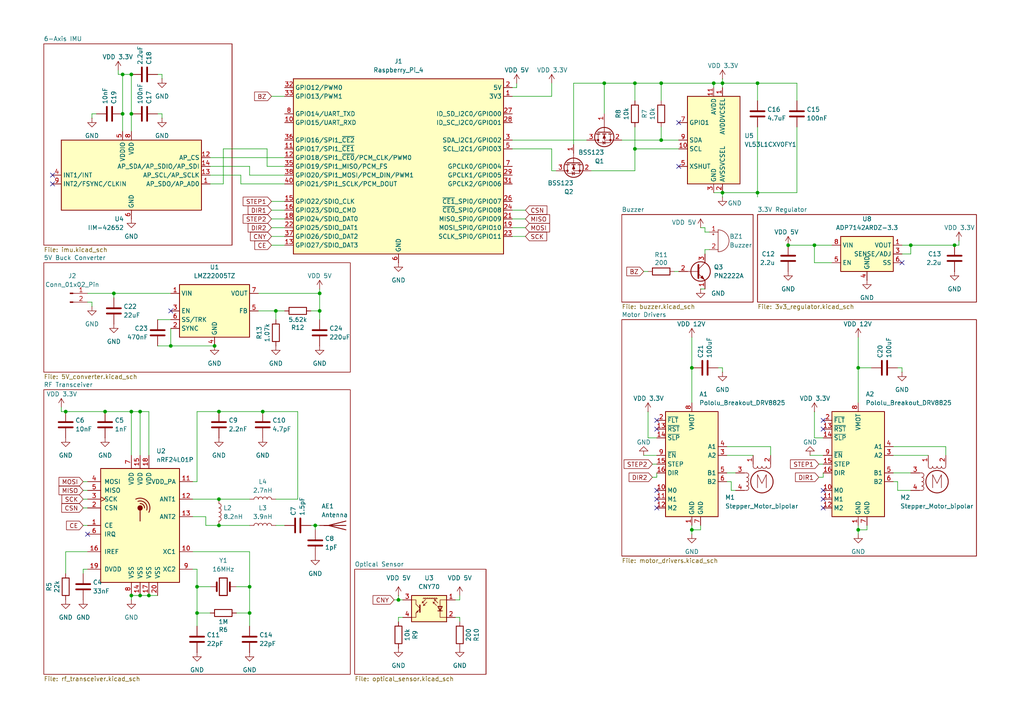
<source format=kicad_sch>
(kicad_sch (version 20250114) (generator "eeschema") (generator_version "9.0")
  (paper "A4")
  (junction (at 175.26 24.13))
  (junction (at 115.57 173.99))
  (junction (at 33.02 85.09))
  (junction (at 63.5 144.78))
  (junction (at 30.48 119.38))
  (junction (at 62.23 100.33))
  (junction (at 248.92 106.68))
  (junction (at 57.15 170.18))
  (junction (at 36.83 251.46))
  (junction (at 7.62 266.7))
  (junction (at 63.5 119.38))
  (junction (at 38.1 33.02))
  (junction (at 228.6 71.12))
  (junction (at 45.72 251.46))
  (junction (at 72.39 170.18))
  (junction (at -46.99 259.08))
  (junction (at 200.66 153.67))
  (junction (at 207.01 24.13))
  (junction (at 40.64 172.72))
  (junction (at 43.18 172.72))
  (junction (at 209.55 24.13))
  (junction (at 264.16 71.12))
  (junction (at 38.1 21.59))
  (junction (at 191.77 40.64))
  (junction (at 184.15 24.13))
  (junction (at 68.58 275.59))
  (junction (at 92.71 90.17))
  (junction (at 76.2 119.38))
  (junction (at 219.71 55.88))
  (junction (at 68.58 266.7))
  (junction (at 191.77 24.13))
  (junction (at 209.55 55.88))
  (junction (at 76.2 251.46))
  (junction (at 35.56 21.59))
  (junction (at 7.62 259.08))
  (junction (at 236.22 71.12))
  (junction (at 19.05 119.38))
  (junction (at 63.5 152.4))
  (junction (at 40.64 119.38))
  (junction (at -16.51 251.46))
  (junction (at 68.58 251.46))
  (junction (at 35.56 33.02))
  (junction (at 49.53 100.33))
  (junction (at 38.1 119.38))
  (junction (at 60.96 251.46))
  (junction (at 91.44 152.4))
  (junction (at 276.86 71.12))
  (junction (at 57.15 177.8))
  (junction (at 80.01 90.17))
  (junction (at 248.92 153.67))
  (junction (at 219.71 24.13))
  (junction (at 72.39 177.8))
  (junction (at 184.15 43.18))
  (junction (at 38.1 172.72))
  (junction (at 200.66 106.68))
  (junction (at 92.71 85.09))
  (no_connect (at 190.5 142.24))
  (no_connect (at 15.24 50.8))
  (no_connect (at 238.76 121.92))
  (no_connect (at 196.85 48.26))
  (no_connect (at 45.72 266.7))
  (no_connect (at 190.5 144.78))
  (no_connect (at 49.53 90.17))
  (no_connect (at 25.4 154.94))
  (no_connect (at -19.05 276.86))
  (no_connect (at 190.5 124.46))
  (no_connect (at 15.24 53.34))
  (no_connect (at 190.5 147.32))
  (no_connect (at 238.76 142.24))
  (no_connect (at 238.76 124.46))
  (no_connect (at 261.62 76.2))
  (no_connect (at 190.5 121.92))
  (no_connect (at 238.76 144.78))
  (no_connect (at 238.76 147.32))
  (no_connect (at 196.85 35.56))
  (wire (pts (xy 80.01 144.78) (xy 86.36 144.78)))
  (wire (pts (xy 114.3 173.99) (xy 115.57 173.99)))
  (wire (pts (xy 190.5 138.43) (xy 189.23 138.43)))
  (wire (pts (xy 38.1 172.72) (xy 38.1 173.99)))
  (wire (pts (xy 90.17 90.17) (xy 92.71 90.17)))
  (wire (pts (xy 35.56 21.59) (xy 34.29 21.59)))
  (wire (pts (xy 55.88 139.7) (xy 57.15 139.7)))
  (wire (pts (xy 209.55 55.88) (xy 219.71 55.88)))
  (wire (pts (xy 64.77 53.34) (xy 60.96 53.34)))
  (wire (pts (xy 80.01 90.17) (xy 82.55 90.17)))
  (wire (pts (xy 184.15 49.53) (xy 184.15 43.18)))
  (wire (pts (xy 25.4 165.1) (xy 24.13 165.1)))
  (wire (pts (xy 24.13 144.78) (xy 25.4 144.78)))
  (wire (pts (xy 260.35 139.7) (xy 260.35 142.24)))
  (wire (pts (xy 60.96 170.18) (xy 57.15 170.18)))
  (wire (pts (xy 200.66 153.67) (xy 200.66 154.94)))
  (wire (pts (xy 57.15 170.18) (xy 57.15 177.8)))
  (wire (pts (xy 45.72 261.62) (xy 45.72 251.46)))
  (wire (pts (xy 204.47 67.31) (xy 205.74 67.31)))
  (wire (pts (xy 76.2 270.51) (xy 76.2 275.59)))
  (wire (pts (xy 248.92 152.4) (xy 248.92 153.67)))
  (wire (pts (xy 38.1 132.08) (xy 38.1 119.38)))
  (wire (pts (xy 24.13 165.1) (xy 24.13 166.37)))
  (wire (pts (xy 209.55 24.13) (xy 219.71 24.13)))
  (wire (pts (xy 76.2 251.46) (xy 68.58 251.46)))
  (wire (pts (xy 59.69 149.86) (xy 55.88 149.86)))
  (wire (pts (xy 228.6 71.12) (xy 236.22 71.12)))
  (wire (pts (xy 92.71 90.17) (xy 92.71 85.09)))
  (wire (pts (xy 57.15 119.38) (xy 63.5 119.38)))
  (wire (pts (xy 72.39 177.8) (xy 72.39 181.61)))
  (wire (pts (xy 55.88 160.02) (xy 72.39 160.02)))
  (wire (pts (xy 76.2 262.89) (xy 76.2 251.46)))
  (wire (pts (xy 237.49 134.62) (xy 238.76 134.62)))
  (wire (pts (xy 60.96 261.62) (xy 60.96 251.46)))
  (wire (pts (xy 209.55 24.13) (xy 209.55 25.4)))
  (wire (pts (xy 45.72 21.59) (xy 46.99 21.59)))
  (wire (pts (xy 219.71 55.88) (xy 219.71 57.15)))
  (wire (pts (xy 248.92 106.68) (xy 252.73 106.68)))
  (wire (pts (xy -46.99 251.46) (xy -46.99 259.08)))
  (wire (pts (xy 115.57 173.99) (xy 116.84 173.99)))
  (wire (pts (xy 24.13 147.32) (xy 25.4 147.32)))
  (wire (pts (xy 78.74 58.42) (xy 82.55 58.42)))
  (wire (pts (xy 148.59 25.4) (xy 149.86 25.4)))
  (wire (pts (xy 180.34 40.64) (xy 191.77 40.64)))
  (wire (pts (xy 76.2 119.38) (xy 86.36 119.38)))
  (wire (pts (xy -29.21 266.7) (xy -29.21 269.24)))
  (wire (pts (xy 63.5 152.4) (xy 72.39 152.4)))
  (wire (pts (xy 278.13 71.12) (xy 276.86 71.12)))
  (wire (pts (xy 259.08 129.54) (xy 274.32 129.54)))
  (wire (pts (xy 72.39 160.02) (xy 72.39 170.18)))
  (wire (pts (xy 68.58 266.7) (xy 68.58 267.97)))
  (wire (pts (xy 1.27 264.16) (xy 1.27 275.59)))
  (wire (pts (xy 33.02 85.09) (xy 33.02 86.36)))
  (wire (pts (xy 209.55 55.88) (xy 209.55 57.15)))
  (wire (pts (xy 55.88 144.78) (xy 63.5 144.78)))
  (wire (pts (xy 133.35 179.07) (xy 132.08 179.07)))
  (wire (pts (xy 24.13 142.24) (xy 25.4 142.24)))
  (wire (pts (xy 19.05 119.38) (xy 30.48 119.38)))
  (wire (pts (xy 68.58 251.46) (xy 68.58 257.81)))
  (wire (pts (xy 77.47 48.26) (xy 77.47 43.18)))
  (wire (pts (xy 90.17 152.4) (xy 91.44 152.4)))
  (wire (pts (xy 60.96 50.8) (xy 69.85 50.8)))
  (wire (pts (xy 248.92 97.79) (xy 248.92 106.68)))
  (wire (pts (xy 187.96 127) (xy 187.96 119.38)))
  (wire (pts (xy 203.2 153.67) (xy 200.66 153.67)))
  (wire (pts (xy 19.05 160.02) (xy 25.4 160.02)))
  (wire (pts (xy 184.15 24.13) (xy 191.77 24.13)))
  (wire (pts (xy 49.53 95.25) (xy 49.53 100.33)))
  (wire (pts (xy -16.51 251.46) (xy -46.99 251.46)))
  (wire (pts (xy 236.22 76.2) (xy 236.22 71.12)))
  (wire (pts (xy 148.59 40.64) (xy 170.18 40.64)))
  (wire (pts (xy 200.66 97.79) (xy 200.66 106.68)))
  (wire (pts (xy 261.62 106.68) (xy 261.62 107.95)))
  (wire (pts (xy -5.08 266.7) (xy -5.08 267.97)))
  (wire (pts (xy -6.35 266.7) (xy -5.08 266.7)))
  (wire (pts (xy 133.35 173.99) (xy 132.08 173.99)))
  (wire (pts (xy 207.01 55.88) (xy 209.55 55.88)))
  (wire (pts (xy 186.69 132.08) (xy 190.5 132.08)))
  (wire (pts (xy 72.39 170.18) (xy 72.39 177.8)))
  (wire (pts (xy 212.09 142.24) (xy 213.36 142.24)))
  (wire (pts (xy -16.51 251.46) (xy 36.83 251.46)))
  (wire (pts (xy 191.77 40.64) (xy 191.77 36.83)))
  (wire (pts (xy 36.83 251.46) (xy 45.72 251.46)))
  (wire (pts (xy 175.26 24.13) (xy 184.15 24.13)))
  (wire (pts (xy 78.74 27.94) (xy 82.55 27.94)))
  (wire (pts (xy 171.45 49.53) (xy 184.15 49.53)))
  (wire (pts (xy 148.59 27.94) (xy 160.02 27.94)))
  (wire (pts (xy 238.76 137.16) (xy 238.76 138.43)))
  (wire (pts (xy 219.71 55.88) (xy 219.71 36.83)))
  (wire (pts (xy 184.15 29.21) (xy 184.15 24.13)))
  (wire (pts (xy 60.96 48.26) (xy 72.39 48.26)))
  (wire (pts (xy 25.4 152.4) (xy 24.13 152.4)))
  (wire (pts (xy 210.82 129.54) (xy 223.52 129.54)))
  (wire (pts (xy 241.3 76.2) (xy 236.22 76.2)))
  (wire (pts (xy 69.85 53.34) (xy 82.55 53.34)))
  (wire (pts (xy 26.67 33.02) (xy 26.67 34.29)))
  (wire (pts (xy 260.35 142.24) (xy 264.16 142.24)))
  (wire (pts (xy 209.55 22.86) (xy 209.55 24.13)))
  (wire (pts (xy 259.08 137.16) (xy 264.16 137.16)))
  (wire (pts (xy 115.57 179.07) (xy 115.57 180.34)))
  (wire (pts (xy 166.37 24.13) (xy 175.26 24.13)))
  (wire (pts (xy 72.39 48.26) (xy 72.39 50.8)))
  (wire (pts (xy 133.35 180.34) (xy 133.35 179.07)))
  (wire (pts (xy 46.99 34.29) (xy 46.99 33.02)))
  (wire (pts (xy 7.62 266.7) (xy 17.78 266.7)))
  (wire (pts (xy 148.59 60.96) (xy 152.4 60.96)))
  (wire (pts (xy 149.86 25.4) (xy 149.86 24.13)))
  (wire (pts (xy 251.46 152.4) (xy 251.46 153.67)))
  (wire (pts (xy 63.5 144.78) (xy 72.39 144.78)))
  (wire (pts (xy 60.96 45.72) (xy 82.55 45.72)))
  (wire (pts (xy 236.22 71.12) (xy 241.3 71.12)))
  (wire (pts (xy 35.56 33.02) (xy 35.56 38.1)))
  (wire (pts (xy 38.1 33.02) (xy 38.1 38.1)))
  (wire (pts (xy 38.1 21.59) (xy 38.1 33.02)))
  (wire (pts (xy 40.64 172.72) (xy 43.18 172.72)))
  (wire (pts (xy 261.62 71.12) (xy 264.16 71.12)))
  (wire (pts (xy 86.36 144.78) (xy 86.36 119.38)))
  (wire (pts (xy 59.69 152.4) (xy 63.5 152.4)))
  (wire (pts (xy 68.58 170.18) (xy 72.39 170.18)))
  (wire (pts (xy 59.69 149.86) (xy 59.69 152.4)))
  (wire (pts (xy 45.72 251.46) (xy 49.53 251.46)))
  (wire (pts (xy 60.96 251.46) (xy 57.15 251.46)))
  (wire (pts (xy 45.72 100.33) (xy 49.53 100.33)))
  (wire (pts (xy 204.47 73.66) (xy 204.47 72.39)))
  (wire (pts (xy 80.01 152.4) (xy 82.55 152.4)))
  (wire (pts (xy 231.14 29.21) (xy 231.14 24.13)))
  (wire (pts (xy 55.88 165.1) (xy 57.15 165.1)))
  (wire (pts (xy 260.35 106.68) (xy 261.62 106.68)))
  (wire (pts (xy 78.74 66.04) (xy 82.55 66.04)))
  (wire (pts (xy 264.16 71.12) (xy 264.16 73.66)))
  (wire (pts (xy 38.1 21.59) (xy 35.56 21.59)))
  (wire (pts (xy 191.77 24.13) (xy 207.01 24.13)))
  (wire (pts (xy -6.35 264.16) (xy 1.27 264.16)))
  (wire (pts (xy 212.09 139.7) (xy 212.09 142.24)))
  (wire (pts (xy 248.92 153.67) (xy 248.92 154.94)))
  (wire (pts (xy 92.71 83.82) (xy 92.71 85.09)))
  (wire (pts (xy 57.15 139.7) (xy 57.15 119.38)))
  (wire (pts (xy 78.74 60.96) (xy 82.55 60.96)))
  (wire (pts (xy 38.1 119.38) (xy 40.64 119.38)))
  (wire (pts (xy 77.47 43.18) (xy 64.77 43.18)))
  (wire (pts (xy 60.96 266.7) (xy 68.58 266.7)))
  (wire (pts (xy 64.77 43.18) (xy 64.77 53.34)))
  (wire (pts (xy 166.37 41.91) (xy 166.37 24.13)))
  (wire (pts (xy 190.5 137.16) (xy 190.5 138.43)))
  (wire (pts (xy 34.29 21.59) (xy 34.29 20.32)))
  (wire (pts (xy 7.62 259.08) (xy 17.78 259.08)))
  (wire (pts (xy 25.4 87.63) (xy 26.67 87.63)))
  (wire (pts (xy 196.85 43.18) (xy 184.15 43.18)))
  (wire (pts (xy 63.5 119.38) (xy 76.2 119.38)))
  (wire (pts (xy 46.99 21.59) (xy 46.99 22.86)))
  (wire (pts (xy -29.21 264.16) (xy -26.67 264.16)))
  (wire (pts (xy 26.67 87.63) (xy 26.67 88.9)))
  (wire (pts (xy 78.74 68.58) (xy 82.55 68.58)))
  (wire (pts (xy 248.92 106.68) (xy 248.92 116.84)))
  (wire (pts (xy 27.94 33.02) (xy 26.67 33.02)))
  (wire (pts (xy 190.5 127) (xy 187.96 127)))
  (wire (pts (xy 210.82 139.7) (xy 212.09 139.7)))
  (wire (pts (xy 210.82 137.16) (xy 213.36 137.16)))
  (wire (pts (xy 274.32 129.54) (xy 274.32 132.08)))
  (wire (pts (xy 148.59 43.18) (xy 160.02 43.18)))
  (wire (pts (xy 251.46 153.67) (xy 248.92 153.67)))
  (wire (pts (xy 77.47 251.46) (xy 76.2 251.46)))
  (wire (pts (xy -26.67 259.08) (xy -46.99 259.08)))
  (wire (pts (xy 204.47 72.39) (xy 205.74 72.39)))
  (wire (pts (xy 204.47 83.82) (xy 203.2 83.82)))
  (wire (pts (xy 33.02 85.09) (xy 49.53 85.09)))
  (wire (pts (xy 46.99 33.02) (xy 45.72 33.02)))
  (wire (pts (xy 219.71 29.21) (xy 219.71 24.13)))
  (wire (pts (xy 203.2 152.4) (xy 203.2 153.67)))
  (wire (pts (xy 186.69 78.74) (xy 187.96 78.74)))
  (wire (pts (xy 204.47 66.04) (xy 204.47 67.31)))
  (wire (pts (xy -6.35 259.08) (xy 7.62 259.08)))
  (wire (pts (xy 184.15 43.18) (xy 184.15 36.83)))
  (wire (pts (xy 209.55 106.68) (xy 209.55 107.95)))
  (wire (pts (xy 208.28 106.68) (xy 209.55 106.68)))
  (wire (pts (xy 92.71 152.4) (xy 91.44 152.4)))
  (wire (pts (xy 261.62 73.66) (xy 264.16 73.66)))
  (wire (pts (xy 148.59 68.58) (xy 152.4 68.58)))
  (wire (pts (xy 191.77 24.13) (xy 191.77 29.21)))
  (wire (pts (xy 204.47 66.04) (xy 203.2 66.04)))
  (wire (pts (xy 200.66 152.4) (xy 200.66 153.67)))
  (wire (pts (xy 17.78 118.11) (xy 17.78 119.38)))
  (wire (pts (xy 223.52 129.54) (xy 223.52 132.08)))
  (wire (pts (xy 236.22 127) (xy 236.22 119.38)))
  (wire (pts (xy 92.71 90.17) (xy 92.71 92.71)))
  (wire (pts (xy 234.95 132.08) (xy 238.76 132.08)))
  (wire (pts (xy 74.93 90.17) (xy 80.01 90.17)))
  (wire (pts (xy 25.4 85.09) (xy 33.02 85.09)))
  (wire (pts (xy 264.16 71.12) (xy 276.86 71.12)))
  (wire (pts (xy 200.66 106.68) (xy 200.66 116.84)))
  (wire (pts (xy 68.58 265.43) (xy 68.58 266.7)))
  (wire (pts (xy 196.85 40.64) (xy 191.77 40.64)))
  (wire (pts (xy 82.55 48.26) (xy 77.47 48.26)))
  (wire (pts (xy 30.48 119.38) (xy 38.1 119.38)))
  (wire (pts (xy -46.99 259.08) (xy -46.99 264.16)))
  (wire (pts (xy 76.2 275.59) (xy 68.58 275.59)))
  (wire (pts (xy 207.01 24.13) (xy 209.55 24.13)))
  (wire (pts (xy 160.02 49.53) (xy 161.29 49.53)))
  (wire (pts (xy 259.08 132.08) (xy 269.24 132.08)))
  (wire (pts (xy 57.15 181.61) (xy 57.15 177.8)))
  (wire (pts (xy 80.01 90.17) (xy 80.01 92.71)))
  (wire (pts (xy 189.23 134.62) (xy 190.5 134.62)))
  (wire (pts (xy -26.67 266.7) (xy -29.21 266.7)))
  (wire (pts (xy 43.18 172.72) (xy 45.72 172.72)))
  (wire (pts (xy 175.26 33.02) (xy 175.26 24.13)))
  (wire (pts (xy 238.76 138.43) (xy 237.49 138.43)))
  (wire (pts (xy 231.14 24.13) (xy 219.71 24.13)))
  (wire (pts (xy 259.08 139.7) (xy 260.35 139.7)))
  (wire (pts (xy 116.84 179.07) (xy 115.57 179.07)))
  (wire (pts (xy 219.71 55.88) (xy 231.14 55.88)))
  (wire (pts (xy 57.15 177.8) (xy 60.96 177.8)))
  (wire (pts (xy -39.37 264.16) (xy -36.83 264.16)))
  (wire (pts (xy 68.58 177.8) (xy 72.39 177.8)))
  (wire (pts (xy 148.59 66.04) (xy 152.4 66.04)))
  (wire (pts (xy 35.56 33.02) (xy 35.56 21.59)))
  (wire (pts (xy 115.57 172.72) (xy 115.57 173.99)))
  (wire (pts (xy 17.78 119.38) (xy 19.05 119.38)))
  (wire (pts (xy 160.02 27.94) (xy 160.02 24.13)))
  (wire (pts (xy 19.05 166.37) (xy 19.05 160.02)))
  (wire (pts (xy 40.64 119.38) (xy 40.64 132.08)))
  (wire (pts (xy 38.1 172.72) (xy 40.64 172.72)))
  (wire (pts (xy 45.72 92.71) (xy 49.53 92.71)))
  (wire (pts (xy 78.74 63.5) (xy 82.55 63.5)))
  (wire (pts (xy 74.93 85.09) (xy 92.71 85.09)))
  (wire (pts (xy 78.74 71.12) (xy 82.55 71.12)))
  (wire (pts (xy 49.53 100.33) (xy 62.23 100.33)))
  (wire (pts (xy 238.76 127) (xy 236.22 127)))
  (wire (pts (xy 148.59 63.5) (xy 152.4 63.5)))
  (wire (pts (xy 69.85 50.8) (xy 69.85 53.34)))
  (wire (pts (xy 207.01 24.13) (xy 207.01 25.4)))
  (wire (pts (xy 231.14 36.83) (xy 231.14 55.88)))
  (wire (pts (xy 195.58 78.74) (xy 196.85 78.74)))
  (wire (pts (xy 77.47 250.19) (xy 77.47 251.46)))
  (wire (pts (xy 57.15 165.1) (xy 57.15 170.18)))
  (wire (pts (xy 91.44 152.4) (xy 91.44 153.67)))
  (wire (pts (xy 278.13 69.85) (xy 278.13 71.12)))
  (wire (pts (xy 133.35 172.72) (xy 133.35 173.99)))
  (wire (pts (xy 40.64 119.38) (xy 43.18 119.38)))
  (wire (pts (xy 160.02 49.53) (xy 160.02 43.18)))
  (wire (pts (xy 210.82 132.08) (xy 218.44 132.08)))
  (wire (pts (xy 43.18 132.08) (xy 43.18 119.38)))
  (wire (pts (xy 72.39 50.8) (xy 82.55 50.8)))
  (wire (pts (xy 24.13 139.7) (xy 25.4 139.7)))
  (global_label "CSN" (shape input) (at 152.4 60.96 0) (property "Intersheetrefs" "${INTERSHEET_REFS}" (effects (hide yes))))
  (global_label "SCK" (shape input) (at 152.4 68.58 0) (property "Intersheetrefs" "${INTERSHEET_REFS}" (effects (hide yes))))
  (global_label "DIR1" (shape input) (at 78.74 60.96 180) (property "Intersheetrefs" "${INTERSHEET_REFS}" (effects (hide yes))))
  (global_label "CNY" (shape input) (at 114.3 173.99 180) (property "Intersheetrefs" "${INTERSHEET_REFS}" (effects (hide yes))))
  (global_label "STEP2" (shape input) (at 189.23 134.62 180) (property "Intersheetrefs" "${INTERSHEET_REFS}" (effects (hide yes))))
  (global_label "CE" (shape input) (at 24.13 152.4 180) (property "Intersheetrefs" "${INTERSHEET_REFS}" (effects (hide yes))))
  (global_label "CE" (shape input) (at 78.74 71.12 180) (property "Intersheetrefs" "${INTERSHEET_REFS}" (effects (hide yes))))
  (global_label "DIR2" (shape input) (at 78.74 66.04 180) (property "Intersheetrefs" "${INTERSHEET_REFS}" (effects (hide yes))))
  (global_label "MOSI" (shape input) (at 24.13 139.7 180) (property "Intersheetrefs" "${INTERSHEET_REFS}" (effects (hide yes))))
  (global_label "DIR1" (shape input) (at 237.49 138.43 180) (property "Intersheetrefs" "${INTERSHEET_REFS}" (effects (hide yes))))
  (global_label "STEP1" (shape input) (at 237.49 134.62 180) (property "Intersheetrefs" "${INTERSHEET_REFS}" (effects (hide yes))))
  (global_label "STEP1" (shape input) (at 78.74 58.42 180) (property "Intersheetrefs" "${INTERSHEET_REFS}" (effects (hide yes))))
  (global_label "DIR2" (shape input) (at 189.23 138.43 180) (property "Intersheetrefs" "${INTERSHEET_REFS}" (effects (hide yes))))
  (global_label "CNY" (shape input) (at 78.74 68.58 180) (property "Intersheetrefs" "${INTERSHEET_REFS}" (effects (hide yes))))
  (global_label "MOSI" (shape input) (at 152.4 66.04 0) (property "Intersheetrefs" "${INTERSHEET_REFS}" (effects (hide yes))))
  (global_label "CSN" (shape input) (at 24.13 147.32 180) (property "Intersheetrefs" "${INTERSHEET_REFS}" (effects (hide yes))))
  (global_label "MISO" (shape input) (at 152.4 63.5 0) (property "Intersheetrefs" "${INTERSHEET_REFS}" (effects (hide yes))))
  (global_label "BZ" (shape input) (at 186.69 78.74 180) (property "Intersheetrefs" "${INTERSHEET_REFS}" (effects (hide yes))))
  (global_label "MISO" (shape input) (at 24.13 142.24 180) (property "Intersheetrefs" "${INTERSHEET_REFS}" (effects (hide yes))))
  (global_label "BZ" (shape input) (at 78.74 27.94 180) (property "Intersheetrefs" "${INTERSHEET_REFS}" (effects (hide yes))))
  (global_label "STEP2" (shape input) (at 78.74 63.5 180) (property "Intersheetrefs" "${INTERSHEET_REFS}" (effects (hide yes))))
  (global_label "SCK" (shape input) (at 24.13 144.78 180) (property "Intersheetrefs" "${INTERSHEET_REFS}" (effects (hide yes))))
  (symbol (lib_id "Device:C") (at 76.2 266.7 0) (unit 1)
    (property "Reference" "C3" (at 78.994 265.43 0) (effects (justify left)))
    (property "Value" "10uF" (at 78.994 267.97 0) (effects (justify left)))
    (property "Footprint" "Capacitor_SMD:C_0201_0603Metric" (effects (hide yes)))
    (property "Description" "Unpolarized capacitor" (effects (hide yes)))
  )
  (symbol (lib_id "power:GND") (at 228.6 78.74 0) (unit 1)
    (property "Reference" "#PWR012" (effects (hide yes)))
    (property "Value" "GND" (at 228.6 83.82 0))
    (property "Description" "Power symbol creates a global label with name \"GND\" , ground" (effects (hide yes)))
  )
  (symbol (lib_id "Motor:Stepper_Motor_bipolar") (at 220.98 139.7 0) (unit 1)
    (property "Reference" "M1" (at 210.312 144.272 0) (effects (justify left)))
    (property "Value" "Stepper_Motor_bipolar" (at 210.312 146.812 0) (effects (justify left)))
    (property "Footprint" "Connector_PinHeader_2.54mm:PinHeader_1x04_P2.54mm_Vertical" (effects (hide yes)))
    (property "Datasheet" "http://www.infineon.com/dgdl/Application-Note-TLE8110EE_driving_UniPolarStepperMotor_V1.1.pdf?fileId=db3a30431be39b97011be5d0aa0a00b0" (effects (hide yes)))
    (property "Description" "4-wire bipolar stepper motor" (effects (hide yes)))
  )
  (symbol (lib_id "Device:C") (at 72.39 185.42 0) (unit 1)
    (property "Reference" "C14" (at 75.184 184.15 0) (effects (justify left)))
    (property "Value" "22pF" (at 75.184 186.69 0) (effects (justify left)))
    (property "Footprint" "Capacitor_SMD:C_0201_0603Metric" (effects (hide yes)))
    (property "Description" "Unpolarized capacitor" (effects (hide yes)))
  )
  (symbol (lib_id "Device:L") (at 63.5 148.59 0) (unit 1)
    (property "Reference" "L2" (at 64.77 147.3199 0) (effects (justify left)))
    (property "Value" "8.2nH" (at 64.77 149.8599 0) (effects (justify left)))
    (property "Footprint" "Inductor_SMD:L_6.3x6.3_H3" (effects (hide yes)))
    (property "Description" "Inductor" (effects (hide yes)))
  )
  (symbol (lib_id "power:GND") (at 57.15 189.23 0) (unit 1)
    (property "Reference" "#PWR025" (effects (hide yes)))
    (property "Value" "GND" (at 57.15 194.31 0))
    (property "Description" "Power symbol creates a global label with name \"GND\" , ground" (effects (hide yes)))
  )
  (symbol (lib_id "Connector:Conn_01x02_Pin") (at 20.32 85.09 0) (unit 1)
    (property "Reference" "J2" (at 20.955 80.01 0))
    (property "Value" "Conn_01x02_Pin" (at 20.955 82.55 0))
    (property "Footprint" "Connector:JWT_A3963_1x02_P3.96mm_Vertical" (effects (hide yes)))
    (property "Description" "Generic connector, single row, 01x02, script generated" (effects (hide yes)))
  )
  (symbol (lib_id "power:PWR_FLAG") (at 36.83 251.46 0) (unit 1)
    (property "Reference" "#FLG01" (effects (hide yes)))
    (property "Value" "PWR_FLAG" (at 36.83 246.38 0))
    (property "Description" "Special symbol for telling ERC where power comes from" (effects (hide yes)))
  )
  (symbol (lib_id "Device:R") (at 80.01 96.52 0) (mirror x) (unit 1)
    (property "Reference" "R13" (at 75.184 96.52 90))
    (property "Value" "1.07k" (at 77.47 96.52 90))
    (property "Footprint" "Resistor_SMD:R_0201_0603Metric" (effects (hide yes)))
    (property "Description" "Resistor" (effects (hide yes)))
  )
  (symbol (lib_id "Device:Crystal") (at 64.77 170.18 0) (unit 1)
    (property "Reference" "Y1" (at 64.77 162.56 0))
    (property "Value" "16MHz" (at 64.77 165.1 0))
    (property "Footprint" "Crystal:Crystal_AT310_D3.0mm_L10.0mm_Horizontal" (effects (hide yes)))
    (property "Description" "Two pin crystal" (effects (hide yes)))
  )
  (symbol (lib_id "Device:C") (at 219.71 33.02 0) (unit 1)
    (property "Reference" "C16" (at 222.504 31.75 0) (effects (justify left)))
    (property "Value" "4.7uF" (at 222.504 34.29 0) (effects (justify left)))
    (property "Footprint" "Capacitor_SMD:C_0201_0603Metric" (effects (hide yes)))
    (property "Description" "Unpolarized capacitor" (effects (hide yes)))
  )
  (symbol (lib_id "Device:R") (at 133.35 184.15 0) (mirror y) (unit 1)
    (property "Reference" "R10" (at 138.176 184.15 90))
    (property "Value" "200" (at 135.89 184.15 90))
    (property "Footprint" "Resistor_SMD:R_0201_0603Metric" (effects (hide yes)))
    (property "Description" "Resistor" (effects (hide yes)))
  )
  (symbol (lib_id "Device:R") (at -5.08 271.78 180) (unit 1)
    (property "Reference" "R2" (at -0.254 271.78 90))
    (property "Value" "1.1k" (at -2.54 271.78 90))
    (property "Footprint" "Resistor_SMD:R_0201_0603Metric" (effects (hide yes)))
    (property "Description" "Resistor" (effects (hide yes)))
  )
  (symbol (lib_id "power:GND") (at 7.62 266.7 0) (unit 1)
    (property "Reference" "#PWR05" (effects (hide yes)))
    (property "Value" "GND" (at 7.62 271.78 0))
    (property "Description" "Power symbol creates a global label with name \"GND\" , ground" (effects (hide yes)))
  )
  (symbol (lib_id "Driver_Motor:Pololu_Breakout_DRV8825") (at 248.92 132.08 0) (unit 1)
    (property "Reference" "A2" (at 251.0633 114.3 0) (effects (justify left)))
    (property "Value" "Pololu_Breakout_DRV8825" (at 251.0633 116.84 0) (effects (justify left)))
    (property "Footprint" "Module:Pololu_Breakout-16_15.2x20.3mm" (effects (hide yes)))
    (property "Datasheet" "https://www.pololu.com/product/2982" (effects (hide yes)))
    (property "Description" "Pololu Breakout Board, Stepper Driver DRV8825" (effects (hide yes)))
  )
  (symbol (lib_id "Device:R") (at 184.15 33.02 0) (unit 1)
    (property "Reference" "R8" (at 179.324 33.02 90))
    (property "Value" "10k" (at 181.61 33.02 90))
    (property "Footprint" "Resistor_SMD:R_0201_0603Metric" (effects (hide yes)))
    (property "Description" "Resistor" (effects (hide yes)))
  )
  (symbol (lib_id "Device:C") (at 231.14 33.02 0) (unit 1)
    (property "Reference" "C15" (at 233.934 31.75 0) (effects (justify left)))
    (property "Value" "100nF" (at 233.934 34.29 0) (effects (justify left)))
    (property "Footprint" "Capacitor_SMD:C_0201_0603Metric" (effects (hide yes)))
    (property "Description" "Unpolarized capacitor" (effects (hide yes)))
  )
  (symbol (lib_id "power:GND") (at 62.23 100.33 0) (unit 1)
    (property "Reference" "#PWR053" (effects (hide yes)))
    (property "Value" "GND" (at 62.23 105.41 0))
    (property "Description" "Power symbol creates a global label with name \"GND\" , ground" (effects (hide yes)))
  )
  (symbol (lib_id "Regulator_Switching:MT3608") (at 53.34 264.16 0) (unit 1)
    (property "Reference" "U7" (at 53.34 254 0))
    (property "Value" "MT3608" (at 53.34 256.54 0))
    (property "Footprint" "Package_TO_SOT_SMD:SOT-23-6" (effects (hide yes)))
    (property "Datasheet" "https://www.olimex.com/Products/Breadboarding/BB-PWR-3608/resources/MT3608.pdf" (effects (hide yes)))
    (property "Description" "High Efficiency 1.2MHz 2A Step Up Converter, 2-24V Vin, 28V Vout, 4A current limit, 1.2MHz, SOT23-6" (effects (hide yes)))
  )
  (symbol (lib_id "Device:C") (at 31.75 33.02 270) (mirror x) (unit 1)
    (property "Reference" "C19" (at 33.02 30.226 0) (effects (justify left)))
    (property "Value" "10nF" (at 30.48 30.226 0) (effects (justify left)))
    (property "Footprint" "Capacitor_SMD:C_0201_0603Metric" (effects (hide yes)))
    (property "Description" "Unpolarized capacitor" (effects (hide yes)))
  )
  (symbol (lib_id "Device:C") (at 41.91 21.59 270) (mirror x) (unit 1)
    (property "Reference" "C18" (at 43.18 18.796 0) (effects (justify left)))
    (property "Value" "2.2uF" (at 40.64 18.796 0) (effects (justify left)))
    (property "Footprint" "Capacitor_SMD:C_0201_0603Metric" (effects (hide yes)))
    (property "Description" "Unpolarized capacitor" (effects (hide yes)))
  )
  (symbol (lib_id "power:VDD") (at 236.22 119.38 0) (unit 1)
    (property "Reference" "#PWR049" (effects (hide yes)))
    (property "Value" "VDD 3.3V" (at 231.902 115.57 0) (effects (justify left)))
    (property "Description" "Power symbol creates a global label with name \"VDD\"" (effects (hide yes)))
  )
  (symbol (lib_id "Regulator_Switching:LMZ22005TZ") (at 62.23 90.17 0) (unit 1)
    (property "Reference" "U1" (at 62.23 77.47 0))
    (property "Value" "LMZ22005TZ" (at 62.23 80.01 0))
    (property "Footprint" "Package_TO_SOT_SMD:Texas_NDW-7_TabPin4" (effects (hide yes)))
    (property "Datasheet" "http://www.ti.com/lit/gpn/LMZ22005" (effects (hide yes)))
    (property "Description" "5A Adjustable Step-Down DC/DC Power Module, Vin: 6-20V" (effects (hide yes)))
  )
  (symbol (lib_id "Sensor_Motion:IIM-42652") (at 38.1 50.8 0) (mirror y) (unit 1)
    (property "Reference" "U4" (at 35.9567 63.5 0) (effects (justify left)))
    (property "Value" "IIM-42652" (at 35.9567 66.04 0) (effects (justify left)))
    (property "Footprint" "Package_LGA:Bosch_LGA-14_3x2.5mm_P0.5mm" (effects (hide yes)))
    (property "Datasheet" "https://invensense.tdk.com/wp-content/uploads/2021/01/ds-000440_iim-42652-datasheet.pdf" (effects (hide yes)))
    (property "Description" "6-axis MEMS gyroscope/accelerometer, I2C/I3C/SPI interface, 1.71 to 3.3V, LGA-14" (effects (hide yes)))
  )
  (symbol (lib_id "Device:C") (at 76.2 123.19 0) (unit 1)
    (property "Reference" "C10" (at 78.994 121.92 0) (effects (justify left)))
    (property "Value" "4.7pF" (at 78.994 124.46 0) (effects (justify left)))
    (property "Footprint" "Capacitor_SMD:C_0201_0603Metric" (effects (hide yes)))
    (property "Description" "Unpolarized capacitor" (effects (hide yes)))
  )
  (symbol (lib_id "RF:nRF24L01P") (at 40.64 152.4 0) (unit 1)
    (property "Reference" "U2" (at 45.3233 130.81 0) (effects (justify left)))
    (property "Value" "nRF24L01P" (at 45.3233 133.35 0) (effects (justify left)))
    (property "Footprint" "Package_DFN_QFN:QFN-20-1EP_4x4mm_P0.5mm_EP2.5x2.5mm" (effects (hide yes)))
    (property "Datasheet" "http://www.nordicsemi.com/eng/content/download/2726/34069/file/nRF24L01P_Product_Specification_1_0.pdf" (effects (hide yes)))
    (property "Description" "nRF24L01+, Ultra low power 2.4GHz RF Transceiver, QFN20 4x4mm" (effects (hide yes)))
  )
  (symbol (lib_id "Device:C") (at 63.5 123.19 0) (unit 1)
    (property "Reference" "C9" (at 66.294 121.92 0) (effects (justify left)))
    (property "Value" "2.2nF" (at 66.294 124.46 0) (effects (justify left)))
    (property "Footprint" "Capacitor_SMD:C_0201_0603Metric" (effects (hide yes)))
    (property "Description" "Unpolarized capacitor" (effects (hide yes)))
  )
  (symbol (lib_id "Connector:Raspberry_Pi_4") (at 115.57 48.26 0) (unit 1)
    (property "Reference" "J1" (at 115.57 17.78 0))
    (property "Value" "Raspberry_Pi_4" (at 115.57 20.32 0))
    (property "Footprint" "Connector_PinHeader_2.54mm:PinHeader_2x20_P2.54mm_Vertical" (effects (hide yes)))
    (property "Datasheet" "https://datasheets.raspberrypi.com/rpi4/raspberry-pi-4-datasheet.pdf" (effects (hide yes)))
    (property "Description" "Raspberry Pi 4 Model B" (effects (hide yes)))
  )
  (symbol (lib_id "Sensor_Distance:VL53L1CXV0FY1") (at 207.01 40.64 0) (unit 1)
    (property "Reference" "U5" (at 215.9 39.3699 0) (effects (justify left)))
    (property "Value" "VL53L1CXV0FY1" (at 215.9 41.9099 0) (effects (justify left)))
    (property "Footprint" "Sensor_Distance:ST_VL53L1x" (effects (hide yes)))
    (property "Datasheet" "https://www.st.com/resource/en/datasheet/vl53l1x.pdf" (effects (hide yes)))
    (property "Description" "4m distance ranging ToF sensor, Optical LGA12" (effects (hide yes)))
  )
  (symbol (lib_id "Device:C") (at 57.15 185.42 0) (unit 1)
    (property "Reference" "C11" (at 59.944 184.15 0) (effects (justify left)))
    (property "Value" "22pF" (at 59.944 186.69 0) (effects (justify left)))
    (property "Footprint" "Capacitor_SMD:C_0201_0603Metric" (effects (hide yes)))
    (property "Description" "Unpolarized capacitor" (effects (hide yes)))
  )
  (symbol (lib_id "power:GND") (at 46.99 22.86 0) (mirror y) (unit 1)
    (property "Reference" "#PWR038" (effects (hide yes)))
    (property "Value" "GND" (at 46.99 27.94 0))
    (property "Description" "Power symbol creates a global label with name \"GND\" , ground" (effects (hide yes)))
  )
  (symbol (lib_id "power:GND") (at 91.44 161.29 0) (unit 1)
    (property "Reference" "#PWR024" (effects (hide yes)))
    (property "Value" "GND" (at 91.44 166.37 0))
    (property "Description" "Power symbol creates a global label with name \"GND\" , ground" (effects (hide yes)))
  )
  (symbol (lib_id "Device:R") (at 68.58 271.78 180) (unit 1)
    (property "Reference" "R4" (at 73.406 271.78 90))
    (property "Value" "1.1k" (at 71.12 271.78 90))
    (property "Footprint" "Resistor_SMD:R_0201_0603Metric" (effects (hide yes)))
    (property "Description" "Resistor" (effects (hide yes)))
  )
  (symbol (lib_id "Device:R") (at -33.02 264.16 270) (unit 1)
    (property "Reference" "R1" (at -33.02 266.7 90))
    (property "Value" "1k" (at -33.02 268.986 90))
    (property "Footprint" "Resistor_SMD:R_0201_0603Metric" (effects (hide yes)))
    (property "Description" "Resistor" (effects (hide yes)))
  )
  (symbol (lib_id "power:GND") (at 76.2 127 0) (unit 1)
    (property "Reference" "#PWR023" (effects (hide yes)))
    (property "Value" "GND" (at 76.2 132.08 0))
    (property "Description" "Power symbol creates a global label with name \"GND\" , ground" (effects (hide yes)))
  )
  (symbol (lib_id "power:GND") (at 38.1 63.5 0) (mirror y) (unit 1)
    (property "Reference" "#PWR034" (effects (hide yes)))
    (property "Value" "GND" (at 38.1 68.58 0))
    (property "Description" "Power symbol creates a global label with name \"GND\" , ground" (effects (hide yes)))
  )
  (symbol (lib_id "Transistor_BJT:PN2222A") (at 201.93 78.74 0) (unit 1)
    (property "Reference" "Q3" (at 207.01 77.4699 0) (effects (justify left)))
    (property "Value" "PN2222A" (at 207.01 80.0099 0) (effects (justify left)))
    (property "Footprint" "Package_TO_SOT_THT:TO-92_Inline" (effects (hide yes)))
    (property "Datasheet" "https://www.onsemi.com/pub/Collateral/PN2222-D.PDF" (effects (hide yes)))
    (property "Description" "1A Ic, 40V Vce, NPN Transistor, General Purpose Transistor, TO-92" (effects (hide yes)))
  )
  (symbol (lib_id "power:GND") (at 80.01 100.33 0) (unit 1)
    (property "Reference" "#PWR057" (effects (hide yes)))
    (property "Value" "GND" (at 80.01 105.41 0))
    (property "Description" "Power symbol creates a global label with name \"GND\" , ground" (effects (hide yes)))
  )
  (symbol (lib_id "power:GND") (at 133.35 187.96 0) (mirror y) (unit 1)
    (property "Reference" "#PWR031" (effects (hide yes)))
    (property "Value" "GND" (at 133.35 193.04 0))
    (property "Description" "Power symbol creates a global label with name \"GND\" , ground" (effects (hide yes)))
  )
  (symbol (lib_id "Device:C") (at 276.86 74.93 0) (mirror x) (unit 1)
    (property "Reference" "C13" (at 273.05 73.6599 0) (effects (justify right)))
    (property "Value" "2.2u" (at 273.05 76.1999 0) (effects (justify right)))
    (property "Footprint" "Capacitor_SMD:C_0805_2012Metric" (effects (hide yes)))
    (property "Description" "Unpolarized capacitor" (effects (hide yes)))
  )
  (symbol (lib_id "Device:Antenna") (at 97.79 152.4 270) (unit 1)
    (property "Reference" "AE1" (at 93.218 146.812 90) (effects (justify left)))
    (property "Value" "Antenna" (at 93.218 149.352 90) (effects (justify left)))
    (property "Footprint" "RF_Antenna:NiceRF_SW868-TH13_868Mhz" (effects (hide yes)))
    (property "Description" "Antenna" (effects (hide yes)))
  )
  (symbol (lib_id "Device:R") (at 19.05 170.18 0) (unit 1)
    (property "Reference" "R5" (at 14.224 170.18 90))
    (property "Value" "22k" (at 16.51 170.18 90))
    (property "Footprint" "Resistor_SMD:R_0201_0603Metric" (effects (hide yes)))
    (property "Description" "Resistor" (effects (hide yes)))
  )
  (symbol (lib_id "power:GND") (at 33.02 93.98 0) (unit 1)
    (property "Reference" "#PWR052" (effects (hide yes)))
    (property "Value" "GND" (at 33.02 99.06 0))
    (property "Description" "Power symbol creates a global label with name \"GND\" , ground" (effects (hide yes)))
  )
  (symbol (lib_id "Device:R") (at 68.58 261.62 180) (unit 1)
    (property "Reference" "R3" (at 73.406 261.62 90))
    (property "Value" "1.1k" (at 71.12 261.62 90))
    (property "Footprint" "Resistor_SMD:R_0201_0603Metric" (effects (hide yes)))
    (property "Description" "Resistor" (effects (hide yes)))
  )
  (symbol (lib_id "Device:R") (at 191.77 78.74 90) (mirror x) (unit 1)
    (property "Reference" "R11" (at 191.77 73.914 90))
    (property "Value" "200" (at 191.77 76.2 90))
    (property "Footprint" "Resistor_SMD:R_0201_0603Metric" (effects (hide yes)))
    (property "Description" "Resistor" (effects (hide yes)))
  )
  (symbol (lib_id "power:VDD") (at 77.47 250.19 0) (unit 1)
    (property "Reference" "#PWR010" (effects (hide yes)))
    (property "Value" "VDD 5V" (at 77.47 245.11 0))
    (property "Description" "Power symbol creates a global label with name \"VDD\"" (effects (hide yes)))
  )
  (symbol (lib_id "power:GND") (at -29.21 269.24 0) (unit 1)
    (property "Reference" "#PWR02" (effects (hide yes)))
    (property "Value" "GND" (at -29.21 274.32 0))
    (property "Description" "Power symbol creates a global label with name \"GND\" , ground" (effects (hide yes)))
  )
  (symbol (lib_id "power:GND") (at 234.95 132.08 180) (unit 1)
    (property "Reference" "#PWR040" (effects (hide yes)))
    (property "Value" "GND" (at 234.95 128.27 0))
    (property "Description" "Power symbol creates a global label with name \"GND\" , ground" (effects (hide yes)))
  )
  (symbol (lib_id "power:GND") (at 68.58 275.59 0) (unit 1)
    (property "Reference" "#PWR08" (effects (hide yes)))
    (property "Value" "GND" (at 68.58 280.67 0))
    (property "Description" "Power symbol creates a global label with name \"GND\" , ground" (effects (hide yes)))
  )
  (symbol (lib_id "Device:C") (at 92.71 96.52 0) (unit 1)
    (property "Reference" "C24" (at 95.504 95.25 0) (effects (justify left)))
    (property "Value" "220uF" (at 95.504 97.79 0) (effects (justify left)))
    (property "Footprint" "Capacitor_SMD:C_0201_0603Metric" (effects (hide yes)))
    (property "Description" "Unpolarized capacitor" (effects (hide yes)))
  )
  (symbol (lib_id "power:VDD") (at 209.55 22.86 0) (unit 1)
    (property "Reference" "#PWR028" (effects (hide yes)))
    (property "Value" "VDD 3.3V" (at 205.232 19.05 0) (effects (justify left)))
    (property "Description" "Power symbol creates a global label with name \"VDD\"" (effects (hide yes)))
  )
  (symbol (lib_id "Device:C") (at 36.83 255.27 0) (unit 1)
    (property "Reference" "C2" (at 39.624 254 0) (effects (justify left)))
    (property "Value" "10uF" (at 39.624 256.54 0) (effects (justify left)))
    (property "Footprint" "Capacitor_SMD:C_0201_0603Metric" (effects (hide yes)))
    (property "Description" "Unpolarized capacitor" (effects (hide yes)))
  )
  (symbol (lib_id "Device:R") (at 115.57 184.15 0) (mirror y) (unit 1)
    (property "Reference" "R9" (at 120.396 184.15 90))
    (property "Value" "10k" (at 118.11 184.15 90))
    (property "Footprint" "Resistor_SMD:R_0201_0603Metric" (effects (hide yes)))
    (property "Description" "Resistor" (effects (hide yes)))
  )
  (symbol (lib_id "power:VDD") (at 187.96 119.38 0) (unit 1)
    (property "Reference" "#PWR048" (effects (hide yes)))
    (property "Value" "VDD 3.3V" (at 183.642 115.57 0) (effects (justify left)))
    (property "Description" "Power symbol creates a global label with name \"VDD\"" (effects (hide yes)))
  )
  (symbol (lib_id "power:VDD") (at 228.6 71.12 0) (unit 1)
    (property "Reference" "#PWR011" (effects (hide yes)))
    (property "Value" "VDD 5V" (at 224.536 67.31 0) (effects (justify left)))
    (property "Description" "Power symbol creates a global label with name \"VDD\"" (effects (hide yes)))
  )
  (symbol (lib_id "Motor:Stepper_Motor_bipolar") (at 271.78 139.7 0) (unit 1)
    (property "Reference" "M2" (at 261.112 144.272 0) (effects (justify left)))
    (property "Value" "Stepper_Motor_bipolar" (at 261.112 146.812 0) (effects (justify left)))
    (property "Footprint" "Connector_PinHeader_2.54mm:PinHeader_1x04_P2.54mm_Vertical" (effects (hide yes)))
    (property "Datasheet" "http://www.infineon.com/dgdl/Application-Note-TLE8110EE_driving_UniPolarStepperMotor_V1.1.pdf?fileId=db3a30431be39b97011be5d0aa0a00b0" (effects (hide yes)))
    (property "Description" "4-wire bipolar stepper motor" (effects (hide yes)))
  )
  (symbol (lib_id "Device:Buzzer") (at 208.28 69.85 0) (unit 1)
    (property "Reference" "BZ1" (at 211.582 68.58 0) (effects (justify left)))
    (property "Value" "Buzzer" (at 211.582 71.12 0) (effects (justify left)))
    (property "Footprint" "Buzzer_Beeper:Buzzer_12x9.5RM7.6" (effects (hide yes)))
    (property "Description" "Buzzer, polarized" (effects (hide yes)))
  )
  (symbol (lib_id "Device:C") (at 30.48 123.19 0) (unit 1)
    (property "Reference" "C5" (at 33.274 121.92 0) (effects (justify left)))
    (property "Value" "1nF" (at 33.274 124.46 0) (effects (justify left)))
    (property "Footprint" "Capacitor_SMD:C_0201_0603Metric" (effects (hide yes)))
    (property "Description" "Unpolarized capacitor" (effects (hide yes)))
  )
  (symbol (lib_id "power:GND") (at 115.57 187.96 0) (mirror y) (unit 1)
    (property "Reference" "#PWR032" (effects (hide yes)))
    (property "Value" "GND" (at 115.57 193.04 0))
    (property "Description" "Power symbol creates a global label with name \"GND\" , ground" (effects (hide yes)))
  )
  (symbol (lib_id "power:GND") (at 186.69 132.08 180) (unit 1)
    (property "Reference" "#PWR027" (effects (hide yes)))
    (property "Value" "GND" (at 186.69 128.27 0))
    (property "Description" "Power symbol creates a global label with name \"GND\" , ground" (effects (hide yes)))
  )
  (symbol (lib_id "power:GND") (at 26.67 34.29 0) (mirror y) (unit 1)
    (property "Reference" "#PWR037" (effects (hide yes)))
    (property "Value" "GND" (at 26.67 39.37 0))
    (property "Description" "Power symbol creates a global label with name \"GND\" , ground" (effects (hide yes)))
  )
  (symbol (lib_id "power:GND") (at 251.46 81.28 0) (unit 1)
    (property "Reference" "#PWR014" (effects (hide yes)))
    (property "Value" "GND" (at 251.46 86.36 0))
    (property "Description" "Power symbol creates a global label with name \"GND\" , ground" (effects (hide yes)))
  )
  (symbol (lib_id "power:VDD") (at 17.78 118.11 0) (unit 1)
    (property "Reference" "#PWR017" (effects (hide yes)))
    (property "Value" "VDD 3.3V" (at 13.462 114.3 0) (effects (justify left)))
    (property "Description" "Power symbol creates a global label with name \"VDD\"" (effects (hide yes)))
  )
  (symbol (lib_id "power:VDD") (at 248.92 97.79 0) (unit 1)
    (property "Reference" "#PWR041" (effects (hide yes)))
    (property "Value" "VDD 12V" (at 244.602 93.98 0) (effects (justify left)))
    (property "Description" "Power symbol creates a global label with name \"VDD\"" (effects (hide yes)))
  )
  (symbol (lib_id "power:GND") (at 24.13 173.99 0) (unit 1)
    (property "Reference" "#PWR016" (effects (hide yes)))
    (property "Value" "GND" (at 24.13 179.07 0))
    (property "Description" "Power symbol creates a global label with name \"GND\" , ground" (effects (hide yes)))
  )
  (symbol (lib_id "Device:LED") (at -43.18 264.16 180) (unit 1)
    (property "Reference" "D1" (at -43.18 266.954 0))
    (property "Value" "LED" (at -43.18 269.494 0))
    (property "Footprint" "LED_SMD:LED_0201_0603Metric" (effects (hide yes)))
    (property "Description" "Light emitting diode" (effects (hide yes)))
    (property "Sim.Pins" "1=K 2=A" (effects (hide yes)))
  )
  (symbol (lib_id "Device:C") (at 256.54 106.68 90) (unit 1)
    (property "Reference" "C20" (at 255.27 103.886 0) (effects (justify left)))
    (property "Value" "100uF" (at 257.81 103.886 0) (effects (justify left)))
    (property "Footprint" "Capacitor_SMD:C_0201_0603Metric" (effects (hide yes)))
    (property "Description" "Unpolarized capacitor" (effects (hide yes)))
  )
  (symbol (lib_id "Transistor_FET:BSS123") (at 175.26 38.1 90) (mirror x) (unit 1)
    (property "Reference" "Q1" (at 175.26 46.736 90) (effects (justify left)))
    (property "Value" "BSS123" (at 175.26 44.196 90) (effects (justify left)))
    (property "Footprint" "Package_TO_SOT_SMD:SOT-23" (effects (hide yes)))
    (property "Datasheet" "http://www.diodes.com/assets/Datasheets/ds30366.pdf" (effects (hide yes)))
    (property "Description" "0.17A Id, 100V Vds, N-Channel MOSFET, SOT-23" (effects (hide yes)))
  )
  (symbol (lib_id "Device:C") (at 33.02 90.17 0) (unit 1)
    (property "Reference" "C22" (at 35.814 88.9 0) (effects (justify left)))
    (property "Value" "22uF" (at 35.814 91.44 0) (effects (justify left)))
    (property "Footprint" "Capacitor_SMD:C_0201_0603Metric" (effects (hide yes)))
    (property "Description" "Unpolarized capacitor" (effects (hide yes)))
  )
  (symbol (lib_id "power:GND") (at 92.71 100.33 0) (unit 1)
    (property "Reference" "#PWR056" (effects (hide yes)))
    (property "Value" "GND" (at 92.71 105.41 0))
    (property "Description" "Power symbol creates a global label with name \"GND\" , ground" (effects (hide yes)))
  )
  (symbol (lib_id "Device:C") (at 204.47 106.68 90) (unit 1)
    (property "Reference" "C21" (at 203.2 103.886 0) (effects (justify left)))
    (property "Value" "100uF" (at 205.74 103.886 0) (effects (justify left)))
    (property "Footprint" "Capacitor_SMD:C_0201_0603Metric" (effects (hide yes)))
    (property "Description" "Unpolarized capacitor" (effects (hide yes)))
  )
  (symbol (lib_id "power:VDD") (at 133.35 172.72 0) (mirror y) (unit 1)
    (property "Reference" "#PWR030" (effects (hide yes)))
    (property "Value" "VDD 5V" (at 133.35 167.64 0))
    (property "Description" "Power symbol creates a global label with name \"VDD\"" (effects (hide yes)))
  )
  (symbol (lib_id "power:GND") (at 30.48 127 0) (unit 1)
    (property "Reference" "#PWR019" (effects (hide yes)))
    (property "Value" "GND" (at 30.48 132.08 0))
    (property "Description" "Power symbol creates a global label with name \"GND\" , ground" (effects (hide yes)))
  )
  (symbol (lib_id "power:GND") (at 36.83 259.08 0) (unit 1)
    (property "Reference" "#PWR09" (effects (hide yes)))
    (property "Value" "GND" (at 36.83 264.16 0))
    (property "Description" "Power symbol creates a global label with name \"GND\" , ground" (effects (hide yes)))
  )
  (symbol (lib_id "power:GND") (at 72.39 189.23 0) (unit 1)
    (property "Reference" "#PWR026" (effects (hide yes)))
    (property "Value" "GND" (at 72.39 194.31 0))
    (property "Description" "Power symbol creates a global label with name \"GND\" , ground" (effects (hide yes)))
  )
  (symbol (lib_id "power:GND") (at 38.1 173.99 0) (unit 1)
    (property "Reference" "#PWR020" (effects (hide yes)))
    (property "Value" "GND" (at 38.1 179.07 0))
    (property "Description" "Power symbol creates a global label with name \"GND\" , ground" (effects (hide yes)))
  )
  (symbol (lib_id "power:GND") (at 1.27 275.59 0) (unit 1)
    (property "Reference" "#PWR04" (effects (hide yes)))
    (property "Value" "GND" (at 1.27 280.67 0))
    (property "Description" "Power symbol creates a global label with name \"GND\" , ground" (effects (hide yes)))
  )
  (symbol (lib_id "power:VDD") (at 149.86 24.13 0) (unit 1)
    (property "Reference" "#PWR045" (effects (hide yes)))
    (property "Value" "VDD 5V" (at 149.86 20.32 0))
    (property "Description" "Power symbol creates a global label with name \"VDD\"" (effects (hide yes)))
  )
  (symbol (lib_id "power:GND") (at 115.57 76.2 0) (unit 1)
    (property "Reference" "#PWR047" (effects (hide yes)))
    (property "Value" "GND" (at 115.57 81.28 0))
    (property "Description" "Power symbol creates a global label with name \"GND\" , ground" (effects (hide yes)))
  )
  (symbol (lib_id "power:VDD") (at 92.71 83.82 0) (unit 1)
    (property "Reference" "#PWR055" (effects (hide yes)))
    (property "Value" "VDD 5V" (at 92.71 80.01 0))
    (property "Description" "Power symbol creates a global label with name \"VDD\"" (effects (hide yes)))
  )
  (symbol (lib_id "power:GND") (at 203.2 83.82 0) (unit 1)
    (property "Reference" "#PWR050" (effects (hide yes)))
    (property "Value" "GND" (at 208.28 85.09 0))
    (property "Description" "Power symbol creates a global label with name \"GND\" , ground" (effects (hide yes)))
  )
  (symbol (lib_id "power:GND") (at 209.55 107.95 0) (unit 1)
    (property "Reference" "#PWR044" (effects (hide yes)))
    (property "Value" "GND" (at 209.55 113.03 0))
    (property "Description" "Power symbol creates a global label with name \"GND\" , ground" (effects (hide yes)))
  )
  (symbol (lib_id "Device:R") (at 191.77 33.02 0) (unit 1)
    (property "Reference" "R7" (at 186.944 33.02 90))
    (property "Value" "10k" (at 189.23 33.02 90))
    (property "Footprint" "Resistor_SMD:R_0201_0603Metric" (effects (hide yes)))
    (property "Description" "Resistor" (effects (hide yes)))
  )
  (symbol (lib_id "power:GND") (at 276.86 78.74 0) (unit 1)
    (property "Reference" "#PWR013" (effects (hide yes)))
    (property "Value" "GND" (at 276.86 83.82 0))
    (property "Description" "Power symbol creates a global label with name \"GND\" , ground" (effects (hide yes)))
  )
  (symbol (lib_id "Regulator_Linear:ADP7142ARDZ-3.3") (at 251.46 73.66 0) (unit 1)
    (property "Reference" "U8" (at 251.46 63.5 0))
    (property "Value" "ADP7142ARDZ-3.3" (at 251.46 66.04 0))
    (property "Footprint" "Package_SO:SOIC-8-1EP_3.9x4.9mm_P1.27mm_EP2.29x3mm" (effects (hide yes)))
    (property "Datasheet" "https://www.analog.com/media/en/technical-documentation/data-sheets/ADP7142.pdf" (effects (hide yes)))
    (property "Description" "200mA, Low Noise, CMOS Low Dropout Regulator, Positive, 3.3V Fixed Output, SOIC-8" (effects (hide yes)))
  )
  (symbol (lib_id "Device:C") (at 45.72 96.52 0) (mirror y) (unit 1)
    (property "Reference" "C23" (at 42.926 95.25 0) (effects (justify left)))
    (property "Value" "470nF" (at 42.926 97.79 0) (effects (justify left)))
    (property "Footprint" "Capacitor_SMD:C_0201_0603Metric" (effects (hide yes)))
    (property "Description" "Unpolarized capacitor" (effects (hide yes)))
  )
  (symbol (lib_id "Device:C") (at 19.05 123.19 0) (unit 1)
    (property "Reference" "C6" (at 21.844 121.92 0) (effects (justify left)))
    (property "Value" "10nF" (at 21.844 124.46 0) (effects (justify left)))
    (property "Footprint" "Capacitor_SMD:C_0201_0603Metric" (effects (hide yes)))
    (property "Description" "Unpolarized capacitor" (effects (hide yes)))
  )
  (symbol (lib_id "Transistor_FET:BSS123") (at 166.37 46.99 90) (mirror x) (unit 1)
    (property "Reference" "Q2" (at 166.37 55.626 90) (effects (justify left)))
    (property "Value" "BSS123" (at 166.37 53.086 90) (effects (justify left)))
    (property "Footprint" "Package_TO_SOT_SMD:SOT-23" (effects (hide yes)))
    (property "Datasheet" "http://www.diodes.com/assets/Datasheets/ds30366.pdf" (effects (hide yes)))
    (property "Description" "0.17A Id, 100V Vds, N-Channel MOSFET, SOT-23" (effects (hide yes)))
  )
  (symbol (lib_id "Device:L") (at 76.2 152.4 90) (unit 1)
    (property "Reference" "L3" (at 76.2 147.32 90))
    (property "Value" "3.9nH" (at 76.2 149.86 90))
    (property "Footprint" "Inductor_SMD:L_6.3x6.3_H3" (effects (hide yes)))
    (property "Description" "Inductor" (effects (hide yes)))
  )
  (symbol (lib_id "Device:C") (at 228.6 74.93 0) (mirror x) (unit 1)
    (property "Reference" "C12" (at 224.79 73.6599 0) (effects (justify right)))
    (property "Value" "2.2u" (at 224.79 76.1999 0) (effects (justify right)))
    (property "Footprint" "Capacitor_SMD:C_0805_2012Metric" (effects (hide yes)))
    (property "Description" "Unpolarized capacitor" (effects (hide yes)))
  )
  (symbol (lib_id "Sensor_Proximity:CNY70") (at 124.46 176.53 0) (mirror y) (unit 1)
    (property "Reference" "U3" (at 124.46 167.64 0))
    (property "Value" "CNY70" (at 124.46 170.18 0))
    (property "Footprint" "OptoDevice:Vishay_CNY70" (effects (hide yes)))
    (property "Datasheet" "https://www.vishay.com/docs/83751/cny70.pdf" (effects (hide yes)))
    (property "Description" "Reflective Optical Sensor with Transistor Output" (effects (hide yes)))
  )
  (symbol (lib_id "Device:R") (at 64.77 177.8 90) (unit 1)
    (property "Reference" "R6" (at 64.77 182.626 90))
    (property "Value" "1M" (at 64.77 180.34 90))
    (property "Footprint" "Resistor_SMD:R_0201_0603Metric" (effects (hide yes)))
    (property "Description" "Resistor" (effects (hide yes)))
  )
  (symbol (lib_id "power:GND") (at -16.51 276.86 0) (unit 1)
    (property "Reference" "#PWR01" (effects (hide yes)))
    (property "Value" "GND" (at -16.51 281.94 0))
    (property "Description" "Power symbol creates a global label with name \"GND\" , ground" (effects (hide yes)))
  )
  (symbol (lib_id "power:GND") (at 19.05 127 0) (unit 1)
    (property "Reference" "#PWR018" (effects (hide yes)))
    (property "Value" "GND" (at 19.05 132.08 0))
    (property "Description" "Power symbol creates a global label with name \"GND\" , ground" (effects (hide yes)))
  )
  (symbol (lib_id "power:GND") (at 209.55 57.15 0) (unit 1)
    (property "Reference" "#PWR029" (effects (hide yes)))
    (property "Value" "GND" (at 213.106 58.928 0))
    (property "Description" "Power symbol creates a global label with name \"GND\" , ground" (effects (hide yes)))
  )
  (symbol (lib_id "power:VDD") (at 200.66 97.79 0) (unit 1)
    (property "Reference" "#PWR06" (effects (hide yes)))
    (property "Value" "VDD 12V" (at 196.342 93.98 0) (effects (justify left)))
    (property "Description" "Power symbol creates a global label with name \"VDD\"" (effects (hide yes)))
  )
  (symbol (lib_id "Device:D_Schottky") (at 64.77 251.46 0) (unit 1)
    (property "Reference" "D3" (at 64.4525 245.11 0))
    (property "Value" "D_Schottky" (at 64.4525 247.65 0))
    (property "Footprint" "Diode_SMD:D_0201_0603Metric" (effects (hide yes)))
    (property "Description" "Schottky diode" (effects (hide yes)))
  )
  (symbol (lib_id "power:GND") (at 46.99 34.29 0) (mirror y) (unit 1)
    (property "Reference" "#PWR036" (effects (hide yes)))
    (property "Value" "GND" (at 46.99 39.37 0))
    (property "Description" "Power symbol creates a global label with name \"GND\" , ground" (effects (hide yes)))
  )
  (symbol (lib_id "Device:C") (at 7.62 262.89 0) (unit 1)
    (property "Reference" "C1" (at 10.414 261.62 0) (effects (justify left)))
    (property "Value" "10uF" (at 10.414 264.16 0) (effects (justify left)))
    (property "Footprint" "Capacitor_SMD:C_0201_0603Metric" (effects (hide yes)))
    (property "Description" "Unpolarized capacitor" (effects (hide yes)))
  )
  (symbol (lib_id "power:VDD") (at 160.02 24.13 0) (unit 1)
    (property "Reference" "#PWR046" (effects (hide yes)))
    (property "Value" "VDD 3.3V" (at 155.702 20.32 0) (effects (justify left)))
    (property "Description" "Power symbol creates a global label with name \"VDD\"" (effects (hide yes)))
  )
  (symbol (lib_id "Device:C") (at 86.36 152.4 90) (unit 1)
    (property "Reference" "C7" (at 85.09 149.606 0) (effects (justify left)))
    (property "Value" "1.5pF" (at 87.63 149.606 0) (effects (justify left)))
    (property "Footprint" "Capacitor_SMD:C_0201_0603Metric" (effects (hide yes)))
    (property "Description" "Unpolarized capacitor" (effects (hide yes)))
  )
  (symbol (lib_id "Driver_Motor:Pololu_Breakout_DRV8825") (at 200.66 132.08 0) (unit 1)
    (property "Reference" "A1" (at 202.8033 114.3 0) (effects (justify left)))
    (property "Value" "Pololu_Breakout_DRV8825" (at 202.8033 116.84 0) (effects (justify left)))
    (property "Footprint" "Module:Pololu_Breakout-16_15.2x20.3mm" (effects (hide yes)))
    (property "Datasheet" "https://www.pololu.com/product/2982" (effects (hide yes)))
    (property "Description" "Pololu Breakout Board, Stepper Driver DRV8825" (effects (hide yes)))
  )
  (symbol (lib_id "power:GND") (at -5.08 275.59 0) (unit 1)
    (property "Reference" "#PWR03" (effects (hide yes)))
    (property "Value" "GND" (at -5.08 280.67 0))
    (property "Description" "Power symbol creates a global label with name \"GND\" , ground" (effects (hide yes)))
  )
  (symbol (lib_id "power:VDD") (at 278.13 69.85 0) (unit 1)
    (property "Reference" "#PWR015" (effects (hide yes)))
    (property "Value" "VDD 3.3V" (at 273.812 66.04 0) (effects (justify left)))
    (property "Description" "Power symbol creates a global label with name \"VDD\"" (effects (hide yes)))
  )
  (symbol (lib_id "Battery_Management:TP4056-42-ESOP8") (at -16.51 264.16 0) (unit 1)
    (property "Reference" "U6" (at -16.51 246.634 0) (effects (justify left)))
    (property "Value" "TP4056-42-ESOP8" (at -16.51 249.174 0) (effects (justify left)))
    (property "Footprint" "Package_SO:SOIC-8-1EP_3.9x4.9mm_P1.27mm_EP2.41x3.3mm_ThermalVias" (effects (hide yes)))
    (property "Datasheet" "https://www.lcsc.com/datasheet/lcsc_datasheet_2410121619_TOPPOWER-Nanjing-Extension-Microelectronics-TP4056-42-ESOP8_C16581.pdf" (effects (hide yes)))
    (property "Description" "1A Standalone Linear Li-ion/LiPo single-cell battery charger, 4.2V ±1% charge voltage, VCC = 4.0..8.0V, SOIC-8 (SOP-8)" (effects (hide yes)))
  )
  (symbol (lib_id "power:GND") (at 200.66 154.94 0) (unit 1)
    (property "Reference" "#PWR039" (effects (hide yes)))
    (property "Value" "GND" (at 200.66 160.02 0))
    (property "Description" "Power symbol creates a global label with name \"GND\" , ground" (effects (hide yes)))
  )
  (symbol (lib_id "power:GND") (at 53.34 271.78 0) (unit 1)
    (property "Reference" "#PWR07" (effects (hide yes)))
    (property "Value" "GND" (at 53.34 276.86 0))
    (property "Description" "Power symbol creates a global label with name \"GND\" , ground" (effects (hide yes)))
  )
  (symbol (lib_id "power:GND") (at 261.62 107.95 0) (unit 1)
    (property "Reference" "#PWR043" (effects (hide yes)))
    (property "Value" "GND" (at 261.62 113.03 0))
    (property "Description" "Power symbol creates a global label with name \"GND\" , ground" (effects (hide yes)))
  )
  (symbol (lib_id "Device:R") (at 86.36 90.17 90) (unit 1)
    (property "Reference" "R12" (at 86.36 94.996 90))
    (property "Value" "5.62k" (at 86.36 92.71 90))
    (property "Footprint" "Resistor_SMD:R_0201_0603Metric" (effects (hide yes)))
    (property "Description" "Resistor" (effects (hide yes)))
  )
  (symbol (lib_id "Device:C") (at 91.44 157.48 0) (unit 1)
    (property "Reference" "C8" (at 94.234 156.21 0) (effects (justify left)))
    (property "Value" "1pF" (at 94.234 158.75 0) (effects (justify left)))
    (property "Footprint" "Capacitor_SMD:C_0201_0603Metric" (effects (hide yes)))
    (property "Description" "Unpolarized capacitor" (effects (hide yes)))
  )
  (symbol (lib_id "power:VDD") (at 34.29 20.32 0) (mirror y) (unit 1)
    (property "Reference" "#PWR035" (effects (hide yes)))
    (property "Value" "VDD 3.3V" (at 38.608 16.51 0) (effects (justify left)))
    (property "Description" "Power symbol creates a global label with name \"VDD\"" (effects (hide yes)))
  )
  (symbol (lib_id "power:VDD") (at 115.57 172.72 0) (mirror y) (unit 1)
    (property "Reference" "#PWR033" (effects (hide yes)))
    (property "Value" "VDD 5V" (at 115.57 167.64 0))
    (property "Description" "Power symbol creates a global label with name \"VDD\"" (effects (hide yes)))
  )
  (symbol (lib_id "power:GND") (at 19.05 173.99 0) (unit 1)
    (property "Reference" "#PWR021" (effects (hide yes)))
    (property "Value" "GND" (at 19.05 179.07 0))
    (property "Description" "Power symbol creates a global label with name \"GND\" , ground" (effects (hide yes)))
  )
  (symbol (lib_id "power:GND") (at 26.67 88.9 0) (unit 1)
    (property "Reference" "#PWR054" (effects (hide yes)))
    (property "Value" "GND" (at 26.67 93.98 0))
    (property "Description" "Power symbol creates a global label with name \"GND\" , ground" (effects (hide yes)))
  )
  (symbol (lib_id "Device:L") (at 76.2 144.78 90) (unit 1)
    (property "Reference" "L4" (at 76.2 139.7 90))
    (property "Value" "2.7nH" (at 76.2 142.24 90))
    (property "Footprint" "Inductor_SMD:L_6.3x6.3_H3" (effects (hide yes)))
    (property "Description" "Inductor" (effects (hide yes)))
  )
  (symbol (lib_id "Device:C") (at 41.91 33.02 270) (mirror x) (unit 1)
    (property "Reference" "C17" (at 43.18 30.226 0) (effects (justify left)))
    (property "Value" "100nF" (at 40.64 30.226 0) (effects (justify left)))
    (property "Footprint" "Capacitor_SMD:C_0201_0603Metric" (effects (hide yes)))
    (property "Description" "Unpolarized capacitor" (effects (hide yes)))
  )
  (symbol (lib_id "Device:C") (at 24.13 170.18 0) (unit 1)
    (property "Reference" "C4" (at 26.924 168.91 0) (effects (justify left)))
    (property "Value" "33nF" (at 26.924 171.45 0) (effects (justify left)))
    (property "Footprint" "Capacitor_SMD:C_0201_0603Metric" (effects (hide yes)))
    (property "Description" "Unpolarized capacitor" (effects (hide yes)))
  )
  (symbol (lib_id "Device:L") (at 53.34 251.46 90) (unit 1)
    (property "Reference" "L1" (at 53.34 246.38 90))
    (property "Value" "L" (at 53.34 248.92 90))
    (property "Footprint" "Inductor_SMD:L_6.3x6.3_H3" (effects (hide yes)))
    (property "Description" "Inductor" (effects (hide yes)))
  )
  (symbol (lib_id "power:VDD") (at 203.2 66.04 0) (unit 1)
    (property "Reference" "#PWR051" (effects (hide yes)))
    (property "Value" "VDD 5V" (at 198.374 64.516 0))
    (property "Description" "Power symbol creates a global label with name \"VDD\"" (effects (hide yes)))
  )
  (symbol (lib_id "power:GND") (at 248.92 154.94 0) (unit 1)
    (property "Reference" "#PWR042" (effects (hide yes)))
    (property "Value" "GND" (at 248.92 160.02 0))
    (property "Description" "Power symbol creates a global label with name \"GND\" , ground" (effects (hide yes)))
  )
  (symbol (lib_id "power:GND") (at 63.5 127 0) (unit 1)
    (property "Reference" "#PWR022" (effects (hide yes)))
    (property "Value" "GND" (at 63.5 132.08 0))
    (property "Description" "Power symbol creates a global label with name \"GND\" , ground" (effects (hide yes)))
  )
  (sheet (at 12.7 12.7) (size 54.61 58.42) (stroke (width 0.1524))
    (property "Sheetname" "6-Axis IMU" (at 12.7 11.9884 0) (effects (justify left bottom)))
    (property "Sheetfile" "imu.kicad_sch" (at 12.7 71.7046 0) (effects (justify left top)))
  )
  (sheet (at 102.87 165.1) (size 38.1 30.48) (stroke (width 0.1524))
    (property "Sheetname" "Optical Sensor" (at 102.87 164.3884 0) (effects (justify left bottom)))
    (property "Sheetfile" "optical_sensor.kicad_sch" (at 102.87 196.1646 0) (effects (justify left top)))
  )
  (sheet (at 180.34 92.71) (size 102.87 68.58) (stroke (width 0.1524))
    (property "Sheetname" "Motor Drivers" (at 180.34 91.9984 0) (effects (justify left bottom)))
    (property "Sheetfile" "motor_drivers.kicad_sch" (at 180.34 161.8746 0) (effects (justify left top)))
  )
  (sheet (at 12.7 113.03) (size 88.9 82.55) (stroke (width 0.1524))
    (property "Sheetname" "RF Transceiver" (at 12.7 112.3184 0) (effects (justify left bottom)))
    (property "Sheetfile" "rf_transceiver.kicad_sch" (at 12.7 196.1646 0) (effects (justify left top)))
  )
  (sheet (at 12.7 76.2) (size 88.9 31.75) (stroke (width 0.1524))
    (property "Sheetname" "5V Buck Converter" (at 12.7 75.4884 0) (effects (justify left bottom)))
    (property "Sheetfile" "5V_converter.kicad_sch" (at 12.7 108.5346 0) (effects (justify left top)))
  )
  (sheet (at 219.71 62.23) (size 63.5 25.4) (stroke (width 0.1524))
    (property "Sheetname" "3.3V Regulator" (at 219.71 61.5184 0) (effects (justify left bottom)))
    (property "Sheetfile" "3v3_regulator.kicad_sch" (at 219.71 88.2146 0) (effects (justify left top)))
  )
  (sheet (at 180.34 62.23) (size 38.1 25.4) (stroke (width 0.1524))
    (property "Sheetname" "Buzzer" (at 180.34 61.5184 0) (effects (justify left bottom)))
    (property "Sheetfile" "buzzer.kicad_sch" (at 180.34 88.2146 0) (effects (justify left top)))
  )
)
</source>
